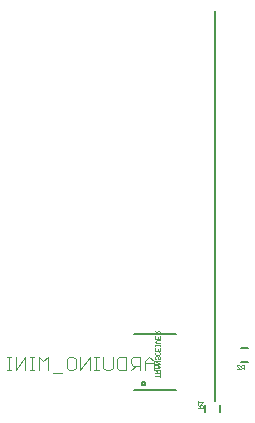
<source format=gbo>
G75*
G70*
%OFA0B0*%
%FSLAX24Y24*%
%IPPOS*%
%LPD*%
%AMOC8*
5,1,8,0,0,1.08239X$1,22.5*
%
%ADD10C,0.0060*%
%ADD11C,0.0080*%
%ADD12C,0.0010*%
%ADD13C,0.0050*%
%ADD14C,0.0040*%
D10*
X010000Y006685D02*
X011419Y006685D01*
X012383Y006193D02*
X012383Y005957D01*
X012856Y005957D02*
X012856Y006193D01*
X013561Y007619D02*
X013798Y007619D01*
X013798Y008091D02*
X013561Y008091D01*
X011419Y008545D02*
X010000Y008545D01*
D11*
X010263Y006905D02*
X010265Y006920D01*
X010271Y006933D01*
X010280Y006945D01*
X010291Y006954D01*
X010305Y006960D01*
X010320Y006962D01*
X010335Y006960D01*
X010348Y006954D01*
X010360Y006945D01*
X010369Y006934D01*
X010375Y006920D01*
X010377Y006905D01*
X010375Y006890D01*
X010369Y006877D01*
X010360Y006865D01*
X010349Y006856D01*
X010335Y006850D01*
X010320Y006848D01*
X010305Y006850D01*
X010292Y006856D01*
X010280Y006865D01*
X010271Y006876D01*
X010265Y006890D01*
X010263Y006905D01*
D12*
X010715Y007170D02*
X010865Y007170D01*
X010865Y007120D02*
X010865Y007220D01*
X010865Y007267D02*
X010865Y007342D01*
X010840Y007367D01*
X010790Y007367D01*
X010765Y007342D01*
X010765Y007267D01*
X010765Y007317D02*
X010715Y007367D01*
X010715Y007415D02*
X010815Y007415D01*
X010865Y007465D01*
X010815Y007515D01*
X010715Y007515D01*
X010715Y007562D02*
X010865Y007562D01*
X010715Y007662D01*
X010865Y007662D01*
X010840Y007709D02*
X010815Y007709D01*
X010790Y007734D01*
X010790Y007784D01*
X010765Y007809D01*
X010740Y007809D01*
X010715Y007784D01*
X010715Y007734D01*
X010740Y007709D01*
X010840Y007709D02*
X010865Y007734D01*
X010865Y007784D01*
X010840Y007809D01*
X010840Y007857D02*
X010740Y007857D01*
X010715Y007882D01*
X010715Y007932D01*
X010740Y007957D01*
X010715Y008004D02*
X010715Y008104D01*
X010715Y008151D02*
X010715Y008201D01*
X010715Y008176D02*
X010865Y008176D01*
X010865Y008151D02*
X010865Y008201D01*
X010865Y008249D02*
X010765Y008249D01*
X010715Y008300D01*
X010765Y008350D01*
X010865Y008350D01*
X010865Y008397D02*
X010715Y008397D01*
X010715Y008497D01*
X010715Y008544D02*
X010865Y008544D01*
X010865Y008619D01*
X010840Y008644D01*
X010790Y008644D01*
X010765Y008619D01*
X010765Y008544D01*
X010765Y008594D02*
X010715Y008644D01*
X010865Y008497D02*
X010865Y008397D01*
X010790Y008397D02*
X010790Y008447D01*
X010865Y008104D02*
X010865Y008004D01*
X010715Y008004D01*
X010790Y008004D02*
X010790Y008054D01*
X010840Y007957D02*
X010865Y007932D01*
X010865Y007882D01*
X010840Y007857D01*
X010790Y007515D02*
X010790Y007415D01*
X010715Y007267D02*
X010865Y007267D01*
X012140Y006333D02*
X012140Y006233D01*
X012140Y006185D02*
X012190Y006135D01*
X012190Y006160D02*
X012190Y006085D01*
X012140Y006085D02*
X012290Y006085D01*
X012290Y006160D01*
X012265Y006185D01*
X012215Y006185D01*
X012190Y006160D01*
X012240Y006233D02*
X012290Y006283D01*
X012140Y006283D01*
X013422Y007375D02*
X013522Y007375D01*
X013422Y007475D01*
X013422Y007500D01*
X013447Y007525D01*
X013497Y007525D01*
X013522Y007500D01*
X013569Y007500D02*
X013569Y007450D01*
X013594Y007425D01*
X013669Y007425D01*
X013619Y007425D02*
X013569Y007375D01*
X013669Y007375D02*
X013669Y007525D01*
X013594Y007525D01*
X013569Y007500D01*
D13*
X012690Y006325D02*
X012690Y019325D01*
D14*
X005912Y007345D02*
X005759Y007345D01*
X005835Y007345D02*
X005835Y007805D01*
X005759Y007805D02*
X005912Y007805D01*
X006066Y007805D02*
X006066Y007345D01*
X006373Y007805D01*
X006373Y007345D01*
X006526Y007345D02*
X006679Y007345D01*
X006603Y007345D02*
X006603Y007805D01*
X006679Y007805D02*
X006526Y007805D01*
X006833Y007805D02*
X006833Y007345D01*
X007140Y007345D02*
X007140Y007805D01*
X006986Y007652D01*
X006833Y007805D01*
X007293Y007268D02*
X007600Y007268D01*
X007754Y007422D02*
X007754Y007729D01*
X007830Y007805D01*
X007984Y007805D01*
X008061Y007729D01*
X008061Y007422D01*
X007984Y007345D01*
X007830Y007345D01*
X007754Y007422D01*
X008214Y007345D02*
X008214Y007805D01*
X008521Y007805D02*
X008214Y007345D01*
X008521Y007345D02*
X008521Y007805D01*
X008674Y007805D02*
X008828Y007805D01*
X008751Y007805D02*
X008751Y007345D01*
X008828Y007345D02*
X008674Y007345D01*
X008981Y007422D02*
X009058Y007345D01*
X009212Y007345D01*
X009288Y007422D01*
X009288Y007805D01*
X009442Y007729D02*
X009519Y007805D01*
X009749Y007805D01*
X009749Y007345D01*
X009519Y007345D01*
X009442Y007422D01*
X009442Y007729D01*
X008981Y007805D02*
X008981Y007422D01*
X009902Y007345D02*
X010056Y007498D01*
X009979Y007498D02*
X009902Y007575D01*
X009902Y007729D01*
X009979Y007805D01*
X010209Y007805D01*
X010209Y007345D01*
X010209Y007498D02*
X009979Y007498D01*
X010363Y007575D02*
X010670Y007575D01*
X010670Y007652D02*
X010516Y007805D01*
X010363Y007652D01*
X010363Y007345D01*
X010670Y007345D02*
X010670Y007652D01*
M02*

</source>
